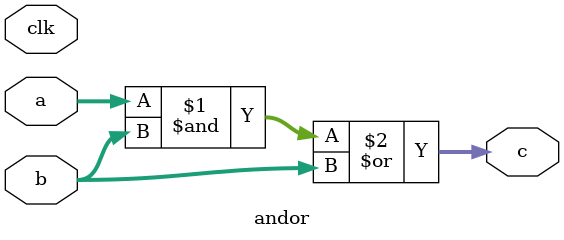
<source format=v>
module andor(clk, a, b, c);
  input  wire clk;
  input  wire [3:0] a;
  input  wire [3:0] b;
  output reg [3:0] c;

  assign c = a & b | b;

endmodule
</source>
